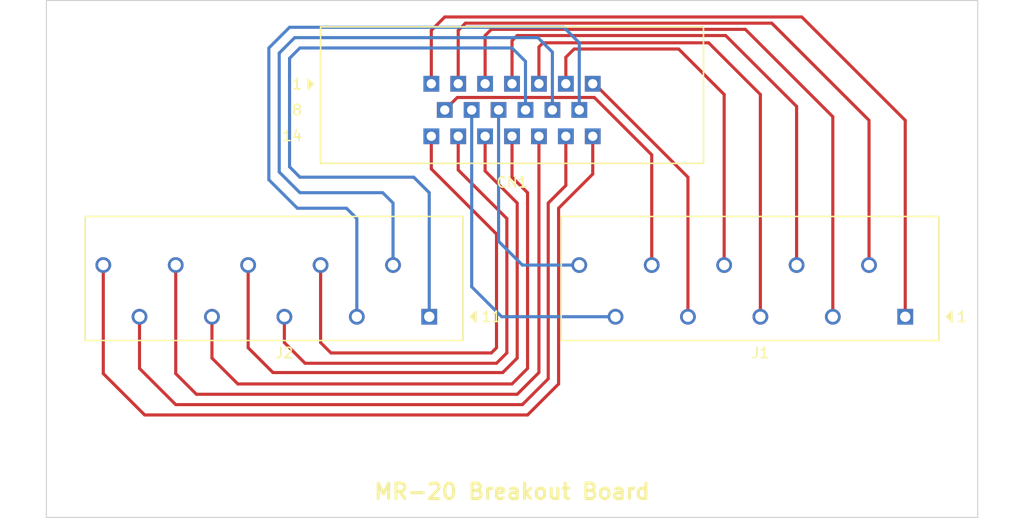
<source format=kicad_pcb>
(kicad_pcb (version 20211014) (generator pcbnew)
  (layers (0 "F.Cu" signal) (31 "B.Cu" signal) (34 "B.Paste" user) (35 "F.Paste" user) (36 "B.SilkS" user "B.Silkscreen") (37 "F.SilkS" user "F.Silkscreen") (38 "B.Mask" user) (39 "F.Mask" user) (44 "Edge.Cuts" user))
  (net 0 "")
  (net 1 "Net-(CN1-Pad1)")
  (net 2 "Net-(CN1-Pad2)")
  (net 3 "Net-(CN1-Pad3)")
  (net 4 "Net-(CN1-Pad4)")
  (net 5 "Net-(CN1-Pad5)")
  (net 6 "Net-(CN1-Pad6)")
  (net 7 "Net-(CN1-Pad7)")
  (net 8 "Net-(CN1-Pad8)")
  (net 9 "Net-(CN1-Pad9)")
  (net 10 "Net-(CN1-Pad10)")
  (net 11 "Net-(CN1-Pad11)")
  (net 12 "Net-(CN1-Pad12)")
  (net 13 "Net-(CN1-Pad13)")
  (net 14 "Net-(CN1-Pad14)")
  (net 15 "Net-(CN1-Pad15)")
  (net 16 "Net-(CN1-Pad16)")
  (net 17 "Net-(CN1-Pad17)")
  (net 18 "Net-(CN1-Pad18)")
  (net 19 "Net-(CN1-Pad19)")
  (net 20 "Net-(CN1-Pad20)")
  (footprint "MountingHole:MountingHole_3.2mm_M3" (layer "F.Cu") (at 188 64.41)
    (fp_text reference "REF**" hide)
    (fp_text value "MountingHole_3.2mm_M3")
    (pad "" np_thru_hole circle (at 0 0) (size 3.2 3.2) (drill 3.2) (layers *.Cu *.Mask))
  )
  (footprint "Connector_Honda:MR-20RMA+" (layer "F.Cu") (at 148 30)
    (fp_text reference "CN1" (at 0 7 unlocked) (layer "F.SilkS") (effects (font (thickness 0.153))))
    (fp_text value "MR-20RMA+")
    (fp_text user "1" (at -20.2 -2.5 unlocked) (layer "F.SilkS") (effects (font (thickness 0.153)) (justify right)))
    (fp_text user "14" (at -20.2 2.5 unlocked) (layer "F.SilkS") (effects (font (thickness 0.153)) (justify right)))
    (fp_text user "8" (at -20.2 0 unlocked) (layer "F.SilkS") (effects (font (thickness 0.153)) (justify right)))
    (fp_line (start -18.5 5.16) (end 18.5 5.16) (layer "F.SilkS") (width 0.153))
    (fp_line (start -18.5 5.16) (end -18.5 -8.04) (layer "F.SilkS") (width 0.153))
    (fp_line (start 18.5 5.16) (end 18.5 -8.04) (layer "F.SilkS") (width 0.153))
    (fp_line (start -18.5 -8.04) (end 18.5 -8.04) (layer "F.SilkS") (width 0.153))
    (fp_poly (pts (xy -19.2 -2.5) (xy -19.7 -2) (xy -19.7 -3)) (layer "F.SilkS") (width 0.12) (fill solid))
    (pad "" np_thru_hole circle (at -13.9 -2.04) (size 2.8 2.8) (drill 2.8) (layers F&B.Cu *.Mask))
    (pad "" np_thru_hole circle (at 13.9 -2.04) (size 2.8 2.8) (drill 2.8) (layers F&B.Cu *.Mask))
    (pad "1" thru_hole rect (at -7.8 -2.54) (size 1.524 1.524) (drill 0.9) (layers *.Cu *.Mask) (net 1 "Net-(CN1-Pad1)"))
    (pad "2" thru_hole rect (at -5.2 -2.54) (size 1.524 1.524) (drill 0.9) (layers *.Cu *.Mask) (net 2 "Net-(CN1-Pad2)"))
    (pad "3" thru_hole rect (at -2.6 -2.54) (size 1.524 1.524) (drill 0.9) (layers *.Cu *.Mask) (net 3 "Net-(CN1-Pad3)"))
    (pad "4" thru_hole rect (at 0 -2.54) (size 1.524 1.524) (drill 0.9) (layers *.Cu *.Mask) (net 4 "Net-(CN1-Pad4)"))
    (pad "5" thru_hole rect (at 2.6 -2.54) (size 1.524 1.524) (drill 0.9) (layers *.Cu *.Mask) (net 5 "Net-(CN1-Pad5)"))
    (pad "6" thru_hole rect (at 5.2 -2.54) (size 1.524 1.524) (drill 0.9) (layers *.Cu *.Mask) (net 6 "Net-(CN1-Pad6)"))
    (pad "7" thru_hole rect (at 7.8 -2.54) (size 1.524 1.524) (drill 0.9) (layers *.Cu *.Mask) (net 7 "Net-(CN1-Pad7)"))
    (pad "8" thru_hole rect (at -6.5 0) (size 1.524 1.524) (drill 0.9) (layers *.Cu *.Mask) (net 8 "Net-(CN1-Pad8)"))
    (pad "9" thru_hole rect (at -3.9 0) (size 1.524 1.524) (drill 0.9) (layers *.Cu *.Mask) (net 9 "Net-(CN1-Pad9)"))
    (pad "10" thru_hole rect (at -1.3 0) (size 1.524 1.524) (drill 0.9) (layers *.Cu *.Mask) (net 10 "Net-(CN1-Pad10)"))
    (pad "11" thru_hole rect (at 1.3 0) (size 1.524 1.524) (drill 0.9) (layers *.Cu *.Mask) (net 11 "Net-(CN1-Pad11)"))
    (pad "12" thru_hole rect (at 3.9 0) (size 1.524 1.524) (drill 0.9) (layers *.Cu *.Mask) (net 12 "Net-(CN1-Pad12)"))
    (pad "13" thru_hole rect (at 6.5 0) (size 1.524 1.524) (drill 0.9) (layers *.Cu *.Mask) (net 13 "Net-(CN1-Pad13)"))
    (pad "14" thru_hole rect (at -7.8 2.54) (size 1.524 1.524) (drill 0.9) (layers *.Cu *.Mask) (net 14 "Net-(CN1-Pad14)"))
    (pad "15" thru_hole rect (at -5.2 2.54) (size 1.524 1.524) (drill 0.9) (layers *.Cu *.Mask) (net 15 "Net-(CN1-Pad15)"))
    (pad "16" thru_hole rect (at -2.6 2.54) (size 1.524 1.524) (drill 0.9) (layers *.Cu *.Mask) (net 16 "Net-(CN1-Pad16)"))
    (pad "17" thru_hole rect (at 0 2.54) (size 1.524 1.524) (drill 0.9) (layers *.Cu *.Mask) (net 17 "Net-(CN1-Pad17)"))
    (pad "18" thru_hole rect (at 2.6 2.54) (size 1.524 1.524) (drill 0.9) (layers *.Cu *.Mask) (net 18 "Net-(CN1-Pad18)"))
    (pad "19" thru_hole rect (at 5.2 2.54) (size 1.524 1.524) (drill 0.9) (layers *.Cu *.Mask) (net 19 "Net-(CN1-Pad19)"))
    (pad "20" thru_hole rect (at 7.8 2.54) (size 1.524 1.524) (drill 0.9) (layers *.Cu *.Mask) (net 20 "Net-(CN1-Pad20)"))
  )
  (footprint "MountingHole:MountingHole_3.2mm_M3" (layer "F.Cu") (at 108 64.41)
    (fp_text reference "REF**" hide)
    (fp_text value "MountingHole_3.2mm_M3")
    (pad "" np_thru_hole circle (at 0 0) (size 3.2 3.2) (drill 3.2) (layers *.Cu *.Mask))
  )
  (footprint "Connector_Phoenix_PTSA:PhoenixContact_PTSA_1,5_10_3,5-Z" (layer "F.Cu") (at 140 50 180)
    (fp_text reference "J2" (at 14 -3.5 unlocked) (layer "F.SilkS"))
    (fp_text value "PTSA-1.5-10-3.5-Z")
    (fp_text user "11" (at -6 0 unlocked) (layer "F.SilkS") (effects (font (thickness 0.153))))
    (fp_line (start 33.25 -2.3) (end -3.25 -2.3) (layer "F.SilkS") (width 0.153))
    (fp_line (start -3.25 -2.3) (end -3.25 9.7) (layer "F.SilkS") (width 0.153))
    (fp_line (start -3.25 9.7) (end 33.25 9.7) (layer "F.SilkS") (width 0.153))
    (fp_line (start 33.25 9.7) (end 33.25 -2.3) (layer "F.SilkS") (width 0.153))
    (fp_poly (pts (xy -4 0) (xy -4.5 0.5) (xy -4.5 -0.5)) (layer "F.SilkS") (width 0.153) (fill solid))
    (pad "1" thru_hole rect (at 0 0 180) (size 1.524 1.524) (drill 1) (layers *.Cu *.Mask) (net 11 "Net-(CN1-Pad11)"))
    (pad "2" thru_hole circle (at 3.5 5 180) (size 1.524 1.524) (drill 1) (layers *.Cu *.Mask) (net 12 "Net-(CN1-Pad12)"))
    (pad "3" thru_hole circle (at 7 0 180) (size 1.524 1.524) (drill 1) (layers *.Cu *.Mask) (net 13 "Net-(CN1-Pad13)"))
    (pad "4" thru_hole circle (at 10.5 5 180) (size 1.524 1.524) (drill 1) (layers *.Cu *.Mask) (net 14 "Net-(CN1-Pad14)"))
    (pad "5" thru_hole circle (at 14 0 180) (size 1.524 1.524) (drill 1) (layers *.Cu *.Mask) (net 15 "Net-(CN1-Pad15)"))
    (pad "6" thru_hole circle (at 17.5 5 180) (size 1.524 1.524) (drill 1) (layers *.Cu *.Mask) (net 16 "Net-(CN1-Pad16)"))
    (pad "7" thru_hole circle (at 21 0 180) (size 1.524 1.524) (drill 1) (layers *.Cu *.Mask) (net 17 "Net-(CN1-Pad17)"))
    (pad "8" thru_hole circle (at 24.5 5 180) (size 1.524 1.524) (drill 1) (layers *.Cu *.Mask) (net 18 "Net-(CN1-Pad18)"))
    (pad "9" thru_hole circle (at 28 0 180) (size 1.524 1.524) (drill 1) (layers *.Cu *.Mask) (net 19 "Net-(CN1-Pad19)"))
    (pad "10" thru_hole circle (at 31.5 5 180) (size 1.524 1.524) (drill 1) (layers *.Cu *.Mask) (net 20 "Net-(CN1-Pad20)"))
  )
  (footprint "Connector_Phoenix_PTSA:PhoenixContact_PTSA_1,5_10_3,5-Z" (layer "F.Cu") (at 186 50 180)
    (fp_text reference "J1" (at 14 -3.5 unlocked) (layer "F.SilkS"))
    (fp_text value "PTSA-1.5-10-3.5-Z")
    (fp_text user "1" (at -4.9 0 unlocked) (layer "F.SilkS") (effects (font (thickness 0.153)) (justify left)))
    (fp_line (start -3.25 9.7) (end 33.25 9.7) (layer "F.SilkS") (width 0.153))
    (fp_line (start 33.25 9.7) (end 33.25 -2.3) (layer "F.SilkS") (width 0.153))
    (fp_line (start 33.25 -2.3) (end -3.25 -2.3) (layer "F.SilkS") (width 0.153))
    (fp_line (start -3.25 -2.3) (end -3.25 9.7) (layer "F.SilkS") (width 0.153))
    (fp_poly (pts (xy -4 0) (xy -4.5 0.5) (xy -4.5 -0.5)) (layer "F.SilkS") (width 0.153) (fill solid))
    (pad "1" thru_hole rect (at 0 0 180) (size 1.524 1.524) (drill 1) (layers *.Cu *.Mask) (net 1 "Net-(CN1-Pad1)"))
    (pad "2" thru_hole circle (at 3.5 5 180) (size 1.524 1.524) (drill 1) (layers *.Cu *.Mask) (net 2 "Net-(CN1-Pad2)"))
    (pad "3" thru_hole circle (at 7 0 180) (size 1.524 1.524) (drill 1) (layers *.Cu *.Mask) (net 3 "Net-(CN1-Pad3)"))
    (pad "4" thru_hole circle (at 10.5 5 180) (size 1.524 1.524) (drill 1) (layers *.Cu *.Mask) (net 4 "Net-(CN1-Pad4)"))
    (pad "5" thru_hole circle (at 14 0 180) (size 1.524 1.524) (drill 1) (layers *.Cu *.Mask) (net 5 "Net-(CN1-Pad5)"))
    (pad "6" thru_hole circle (at 17.5 5 180) (size 1.524 1.524) (drill 1) (layers *.Cu *.Mask) (net 6 "Net-(CN1-Pad6)"))
    (pad "7" thru_hole circle (at 21 0 180) (size 1.524 1.524) (drill 1) (layers *.Cu *.Mask) (net 7 "Net-(CN1-Pad7)"))
    (pad "8" thru_hole circle (at 24.5 5 180) (size 1.524 1.524) (drill 1) (layers *.Cu *.Mask) (net 8 "Net-(CN1-Pad8)"))
    (pad "9" thru_hole circle (at 28 0 180) (size 1.524 1.524) (drill 1) (layers *.Cu *.Mask) (net 9 "Net-(CN1-Pad9)"))
    (pad "10" thru_hole circle (at 31.5 5 180) (size 1.524 1.524) (drill 1) (layers *.Cu *.Mask) (net 10 "Net-(CN1-Pad10)"))
  )
  (footprint "MountingHole:MountingHole_3.2mm_M3" (layer "F.Cu") (at 188 24.41)
    (fp_text reference "REF**" hide)
    (fp_text value "MountingHole_3.2mm_M3")
    (pad "" np_thru_hole circle (at 0 0) (size 3.2 3.2) (drill 3.2) (layers *.Cu *.Mask))
  )
  (footprint "MountingHole:MountingHole_3.2mm_M3" (layer "F.Cu") (at 108 24.41)
    (fp_text reference "REF**" hide)
    (fp_text value "MountingHole_3.2mm_M3")
    (pad "" np_thru_hole circle (at 0 0) (size 3.2 3.2) (drill 3.2) (layers *.Cu *.Mask))
  )
  (gr_line (start 193 19.41) (end 103 19.41) (layer "Edge.Cuts") (width 0.1))
  (gr_line (start 193 69.41) (end 193 19.41) (layer "Edge.Cuts") (width 0.1))
  (gr_line (start 103 69.41) (end 193 69.41) (layer "Edge.Cuts") (width 0.1))
  (gr_line (start 103 19.41) (end 103 69.41) (layer "Edge.Cuts") (width 0.1))
  (gr_text "MR-20 Breakout Board" (at 148 66.91) (layer "F.SilkS") (effects (font (size 1.5 1.5) (thickness 0.3))))
  (segment (start 186 31) (end 186 50) (width 0.3) (layer "F.Cu") (net 1))
  (segment (start 176 21) (end 186 31) (width 0.3) (layer "F.Cu") (net 1))
  (segment (start 140.2 22.3) (end 141.5 21) (width 0.3) (layer "F.Cu") (net 1))
  (segment (start 140.2 27.46) (end 140.2 22.3) (width 0.3) (layer "F.Cu") (net 1))
  (segment (start 141.5 21) (end 176 21) (width 0.3) (layer "F.Cu") (net 1))
  (segment (start 173.09952 21.59952) (end 182.5 31) (width 0.3) (layer "F.Cu") (net 2))
  (segment (start 142.8 22.29952) (end 143.5 21.59952) (width 0.3) (layer "F.Cu") (net 2))
  (segment (start 143.5 21.59952) (end 173.09952 21.59952) (width 0.3) (layer "F.Cu") (net 2))
  (segment (start 182.5 31) (end 182.5 45) (width 0.3) (layer "F.Cu") (net 2))
  (segment (start 142.8 27.46) (end 142.8 22.29952) (width 0.3) (layer "F.Cu") (net 2))
  (segment (start 145.4 27.46) (end 145.4 22.79904) (width 0.3) (layer "F.Cu") (net 3))
  (segment (start 146 22.19904) (end 170.54689 22.19904) (width 0.3) (layer "F.Cu") (net 3))
  (segment (start 145.4 22.79904) (end 146 22.19904) (width 0.3) (layer "F.Cu") (net 3))
  (segment (start 170.54689 22.19904) (end 179 30.65215) (width 0.3) (layer "F.Cu") (net 3))
  (segment (start 179 30.65215) (end 179 50) (width 0.3) (layer "F.Cu") (net 3))
  (segment (start 148.5 22.79856) (end 168.646409 22.79856) (width 0.3) (layer "F.Cu") (net 4))
  (segment (start 148 23.29856) (end 148.5 22.79856) (width 0.3) (layer "F.Cu") (net 4))
  (segment (start 148 27.46) (end 148 23.29856) (width 0.3) (layer "F.Cu") (net 4))
  (segment (start 175.5 29.652151) (end 175.5 45) (width 0.3) (layer "F.Cu") (net 4))
  (segment (start 168.646409 22.79856) (end 175.5 29.652151) (width 0.3) (layer "F.Cu") (net 4))
  (segment (start 150.6 23.9) (end 151 23.5) (width 0.3) (layer "F.Cu") (net 5))
  (segment (start 172 28.5) (end 172 50) (width 0.3) (layer "F.Cu") (net 5))
  (segment (start 167 23.5) (end 172 28.5) (width 0.3) (layer "F.Cu") (net 5))
  (segment (start 150.6 27.46) (end 150.6 23.9) (width 0.3) (layer "F.Cu") (net 5))
  (segment (start 151 23.5) (end 167 23.5) (width 0.3) (layer "F.Cu") (net 5))
  (segment (start 153.2 27.46) (end 153.2 24.89952) (width 0.3) (layer "F.Cu") (net 6))
  (segment (start 168.5 28.5) (end 168.5 45) (width 0.3) (layer "F.Cu") (net 6))
  (segment (start 164.09952 24.09952) (end 168.5 28.5) (width 0.3) (layer "F.Cu") (net 6))
  (segment (start 154 24.09952) (end 164.09952 24.09952) (width 0.3) (layer "F.Cu") (net 6))
  (segment (start 153.2 24.89952) (end 154 24.09952) (width 0.3) (layer "F.Cu") (net 6))
  (segment (start 155.96 27.46) (end 155.8 27.46) (width 0.3) (layer "F.Cu") (net 7))
  (segment (start 165 50) (end 165 36.5) (width 0.3) (layer "F.Cu") (net 7))
  (segment (start 165 36.5) (end 155.96 27.46) (width 0.3) (layer "F.Cu") (net 7))
  (segment (start 161.5 34.335755) (end 161.5 45) (width 0.3) (layer "F.Cu") (net 8))
  (segment (start 141.5 30) (end 142.711511 28.788489) (width 0.3) (layer "F.Cu") (net 8))
  (segment (start 142.711511 28.788489) (end 155.952734 28.788489) (width 0.3) (layer "F.Cu") (net 8))
  (segment (start 155.952734 28.788489) (end 161.5 34.335755) (width 0.3) (layer "F.Cu") (net 8))
  (segment (start 144.1 47.1) (end 147 50) (width 0.3) (layer "B.Cu") (net 9))
  (segment (start 144.1 30) (end 144.1 47.1) (width 0.3) (layer "B.Cu") (net 9))
  (segment (start 147 50) (end 158 50) (width 0.3) (layer "B.Cu") (net 9))
  (segment (start 146.7 30) (end 146.7 42.7) (width 0.3) (layer "B.Cu") (net 10))
  (segment (start 149 45) (end 154.5 45) (width 0.3) (layer "B.Cu") (net 10))
  (segment (start 146.7 42.7) (end 149 45) (width 0.3) (layer "B.Cu") (net 10))
  (segment (start 127.5 24) (end 126.5 25) (width 0.3) (layer "B.Cu") (net 11))
  (segment (start 149.3 30) (end 149.3 25.3) (width 0.3) (layer "B.Cu") (net 11))
  (segment (start 126.5 25) (end 126.5 35.5) (width 0.3) (layer "B.Cu") (net 11))
  (segment (start 126.5 35.5) (end 127.5 36.5) (width 0.3) (layer "B.Cu") (net 11))
  (segment (start 140 38) (end 140 50) (width 0.3) (layer "B.Cu") (net 11))
  (segment (start 148 24) (end 127.5 24) (width 0.3) (layer "B.Cu") (net 11))
  (segment (start 138.5 36.5) (end 140 38) (width 0.3) (layer "B.Cu") (net 11))
  (segment (start 127.5 36.5) (end 138.5 36.5) (width 0.3) (layer "B.Cu") (net 11))
  (segment (start 149.3 25.3) (end 148 24) (width 0.3) (layer "B.Cu") (net 11))
  (segment (start 127 23) (end 125.5 24.5) (width 0.3) (layer "B.Cu") (net 12))
  (segment (start 125.5 36) (end 127.5 38) (width 0.3) (layer "B.Cu") (net 12))
  (segment (start 150.5 23) (end 127 23) (width 0.3) (layer "B.Cu") (net 12))
  (segment (start 125.5 24.5) (end 125.5 36) (width 0.3) (layer "B.Cu") (net 12))
  (segment (start 135.5 38) (end 136.5 39) (width 0.3) (layer "B.Cu") (net 12))
  (segment (start 151.9 24.4) (end 150.5 23) (width 0.3) (layer "B.Cu") (net 12))
  (segment (start 127.5 38) (end 135.5 38) (width 0.3) (layer "B.Cu") (net 12))
  (segment (start 151.9 30) (end 151.9 24.4) (width 0.3) (layer "B.Cu") (net 12))
  (segment (start 136.5 39) (end 136.5 45) (width 0.3) (layer "B.Cu") (net 12))
  (segment (start 133 40.5) (end 133 50) (width 0.3) (layer "B.Cu") (net 13))
  (segment (start 127.25 39.5) (end 132 39.5) (width 0.3) (layer "B.Cu") (net 13))
  (segment (start 126.5 22) (end 124.5 24) (width 0.3) (layer "B.Cu") (net 13))
  (segment (start 154.5 30) (end 154.5 23.5) (width 0.3) (layer "B.Cu") (net 13))
  (segment (start 154.5 23.5) (end 153 22) (width 0.3) (layer "B.Cu") (net 13))
  (segment (start 124.5 24) (end 124.5 36.75) (width 0.3) (layer "B.Cu") (net 13))
  (segment (start 132 39.5) (end 133 40.5) (width 0.3) (layer "B.Cu") (net 13))
  (segment (start 124.5 36.75) (end 127.25 39.5) (width 0.3) (layer "B.Cu") (net 13))
  (segment (start 153 22) (end 126.5 22) (width 0.3) (layer "B.Cu") (net 13))
  (segment (start 140.2 32.54) (end 140.2 35.7) (width 0.3) (layer "F.Cu") (net 14))
  (segment (start 129.5 52.5) (end 129.5 45) (width 0.3) (layer "F.Cu") (net 14))
  (segment (start 146.5 53) (end 146 53.5) (width 0.3) (layer "F.Cu") (net 14))
  (segment (start 140.2 35.7) (end 146.5 42) (width 0.3) (layer "F.Cu") (net 14))
  (segment (start 130.5 53.5) (end 129.5 52.5) (width 0.3) (layer "F.Cu") (net 14))
  (segment (start 146 53.5) (end 130.5 53.5) (width 0.3) (layer "F.Cu") (net 14))
  (segment (start 146.5 42) (end 146.5 53) (width 0.3) (layer "F.Cu") (net 14))
  (segment (start 126 52.5) (end 126 50) (width 0.3) (layer "F.Cu") (net 15))
  (segment (start 147.5 40.5) (end 147.5 53.5) (width 0.3) (layer "F.Cu") (net 15))
  (segment (start 128 54.5) (end 126 52.5) (width 0.3) (layer "F.Cu") (net 15))
  (segment (start 147.5 53.5) (end 146.5 54.5) (width 0.3) (layer "F.Cu") (net 15))
  (segment (start 142.8 35.8) (end 147.5 40.5) (width 0.3) (layer "F.Cu") (net 15))
  (segment (start 146.5 54.5) (end 128 54.5) (width 0.3) (layer "F.Cu") (net 15))
  (segment (start 142.8 32.54) (end 142.8 35.8) (width 0.3) (layer "F.Cu") (net 15))
  (segment (start 124.9 55.4) (end 147.1 55.4) (width 0.3) (layer "F.Cu") (net 16))
  (segment (start 122.5 45) (end 122.5 53) (width 0.3) (layer "F.Cu") (net 16))
  (segment (start 145.4 35.9) (end 145.4 32.54) (width 0.3) (layer "F.Cu") (net 16))
  (segment (start 122.5 53) (end 124.9 55.4) (width 0.3) (layer "F.Cu") (net 16))
  (segment (start 148.5 39) (end 145.4 35.9) (width 0.3) (layer "F.Cu") (net 16))
  (segment (start 147.1 55.4) (end 148.5 54) (width 0.3) (layer "F.Cu") (net 16))
  (segment (start 148.5 54) (end 148.5 39) (width 0.3) (layer "F.Cu") (net 16))
  (segment (start 149.5 38) (end 149.5 55) (width 0.3) (layer "F.Cu") (net 17))
  (segment (start 121.5 56.5) (end 119 54) (width 0.3) (layer "F.Cu") (net 17))
  (segment (start 149.5 55) (end 148 56.5) (width 0.3) (layer "F.Cu") (net 17))
  (segment (start 148 36.5) (end 149.5 38) (width 0.3) (layer "F.Cu") (net 17))
  (segment (start 148 32.54) (end 148 36.5) (width 0.3) (layer "F.Cu") (net 17))
  (segment (start 119 54) (end 119 50) (width 0.3) (layer "F.Cu") (net 17))
  (segment (start 148 56.5) (end 121.5 56.5) (width 0.3) (layer "F.Cu") (net 17))
  (segment (start 115.5 55.5) (end 115.5 45) (width 0.3) (layer "F.Cu") (net 18))
  (segment (start 150.6 55.4) (end 148.5 57.5) (width 0.3) (layer "F.Cu") (net 18))
  (segment (start 148.5 57.5) (end 117.5 57.5) (width 0.3) (layer "F.Cu") (net 18))
  (segment (start 117.5 57.5) (end 115.5 55.5) (width 0.3) (layer "F.Cu") (net 18))
  (segment (start 150.6 32.54) (end 150.6 55.4) (width 0.3) (layer "F.Cu") (net 18))
  (segment (start 115.5 58.5) (end 112 55) (width 0.3) (layer "F.Cu") (net 19))
  (segment (start 151.5 56) (end 149 58.5) (width 0.3) (layer "F.Cu") (net 19))
  (segment (start 153.2 37.3) (end 151.5 39) (width 0.3) (layer "F.Cu") (net 19))
  (segment (start 149 58.5) (end 115.5 58.5) (width 0.3) (layer "F.Cu") (net 19))
  (segment (start 151.5 39) (end 151.5 56) (width 0.3) (layer "F.Cu") (net 19))
  (segment (start 112 55) (end 112 50) (width 0.3) (layer "F.Cu") (net 19))
  (segment (start 153.2 32.54) (end 153.2 37.3) (width 0.3) (layer "F.Cu") (net 19))
  (segment (start 155.8 32.54) (end 155.8 36.2) (width 0.3) (layer "F.Cu") (net 20))
  (segment (start 152.5 56.5) (end 149.5 59.5) (width 0.3) (layer "F.Cu") (net 20))
  (segment (start 152.5 39.5) (end 152.5 56.5) (width 0.3) (layer "F.Cu") (net 20))
  (segment (start 149.5 59.5) (end 112.5 59.5) (width 0.3) (layer "F.Cu") (net 20))
  (segment (start 112.5 59.5) (end 108.5 55.5) (width 0.3) (layer "F.Cu") (net 20))
  (segment (start 108.5 55.5) (end 108.5 45) (width 0.3) (layer "F.Cu") (net 20))
  (segment (start 155.8 36.2) (end 152.5 39.5) (width 0.3) (layer "F.Cu") (net 20))
)
</source>
